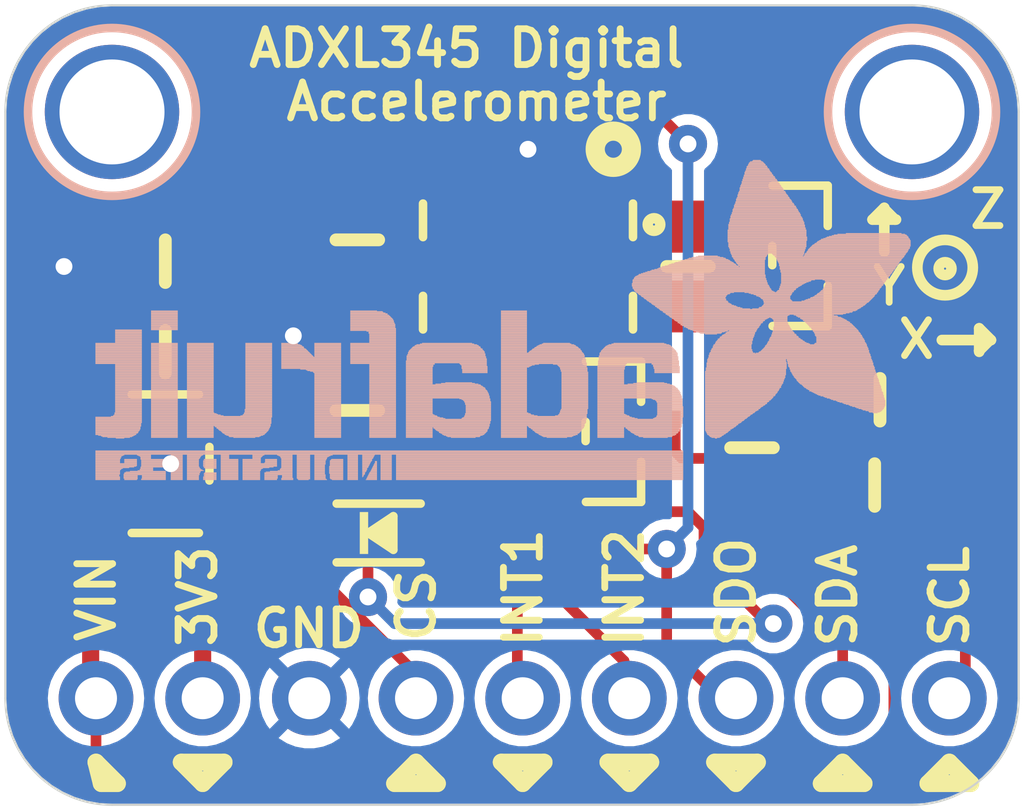
<source format=kicad_pcb>
(kicad_pcb (version 20221018) (generator pcbnew)
  (layers (0 "F.Cu" signal) (31 "B.Cu" signal) (34 "B.Paste" user) (35 "F.Paste" user) (36 "B.SilkS" user "B.Silkscreen") (37 "F.SilkS" user "F.Silkscreen") (38 "B.Mask" user) (39 "F.Mask" user) (44 "Edge.Cuts" user))
  (net 0 "")
  (net 1 "GND")
  (net 2 "CS_3V")
  (net 3 "INT1")
  (net 4 "INT2")
  (net 5 "SCL_3V")
  (net 6 "SDA/SDIO_3V")
  (net 7 "SDO/ADDR")
  (net 8 "3.3V")
  (net 9 "VIN")
  (net 10 "CS")
  (net 11 "SDA/SDIO")
  (net 12 "SCL")
  (footprint "working:SOD-323_MINI" (layer "F.Cu") (at 145.3261 108.0516)
    (fp_text reference "D1" hide)
    (fp_text value "1N4148" hide)
    (pad "A" smd rect (at 1.07 0) (size 0.9 0.8) (layers "F.Cu" "F.Paste" "F.Mask") (net 2 "CS_3V"))
    (pad "C" smd rect (at -1.07 0) (size 0.9 0.8) (layers "F.Cu" "F.Paste" "F.Mask") (net 10 "CS"))
  )
  (footprint "working:1X09_ROUND_70" (layer "F.Cu") (at 148.7551 111.9886)
    (fp_text reference "JP1" hide)
    (fp_text value "" hide)
    (pad "1" thru_hole circle (at -10.16 0 90) (size 1.778 1.778) (drill 1) (layers "*.Cu" "*.Mask") (net 9 "VIN"))
    (pad "2" thru_hole circle (at -7.62 0 90) (size 1.778 1.778) (drill 1) (layers "*.Cu" "*.Mask") (net 8 "3.3V"))
    (pad "3" thru_hole circle (at -5.08 0 90) (size 1.778 1.778) (drill 1) (layers "*.Cu" "*.Mask") (net 1 "GND"))
    (pad "4" thru_hole circle (at -2.54 0 90) (size 1.778 1.778) (drill 1) (layers "*.Cu" "*.Mask") (net 10 "CS"))
    (pad "5" thru_hole circle (at 0 0 90) (size 1.778 1.778) (drill 1) (layers "*.Cu" "*.Mask") (net 3 "INT1"))
    (pad "6" thru_hole circle (at 2.54 0 90) (size 1.778 1.778) (drill 1) (layers "*.Cu" "*.Mask") (net 4 "INT2"))
    (pad "7" thru_hole circle (at 5.08 0 90) (size 1.778 1.778) (drill 1) (layers "*.Cu" "*.Mask") (net 7 "SDO/ADDR"))
    (pad "8" thru_hole circle (at 7.62 0 90) (size 1.778 1.778) (drill 1) (layers "*.Cu" "*.Mask") (net 11 "SDA/SDIO"))
    (pad "9" thru_hole circle (at 10.16 0 90) (size 1.778 1.778) (drill 1) (layers "*.Cu" "*.Mask") (net 12 "SCL"))
  )
  (footprint "working:LGA14" (layer "F.Cu") (at 148.8821 101.7016)
    (fp_text reference "U1" hide)
    (fp_text value "" hide)
    (pad "1" smd rect (at 2 -1.1) (size 0.5 1.2) (layers "F.Cu" "F.Paste" "F.Mask") (net 8 "3.3V"))
    (pad "2" smd rect (at 1.2 -1.1 180) (size 0.5 1.2) (layers "F.Cu" "F.Paste" "F.Mask") (net 1 "GND"))
    (pad "3" smd rect (at 0.4 -1.1 180) (size 0.5 1.2) (layers "F.Cu" "F.Paste" "F.Mask"))
    (pad "4" smd rect (at -0.4 -1.1 180) (size 0.5 1.2) (layers "F.Cu" "F.Paste" "F.Mask") (net 1 "GND"))
    (pad "5" smd rect (at -1.2 -1.1 180) (size 0.5 1.2) (layers "F.Cu" "F.Paste" "F.Mask") (net 1 "GND"))
    (pad "6" smd rect (at -2 -1.1 180) (size 0.5 1.2) (layers "F.Cu" "F.Paste" "F.Mask") (net 8 "3.3V"))
    (pad "7" smd rect (at -2.1 0 270) (size 0.5 1.2) (layers "F.Cu" "F.Paste" "F.Mask") (net 2 "CS_3V"))
    (pad "8" smd rect (at -2 1.1 180) (size 0.5 1.2) (layers "F.Cu" "F.Paste" "F.Mask") (net 3 "INT1"))
    (pad "9" smd rect (at -1.2 1.1 180) (size 0.5 1.2) (layers "F.Cu" "F.Paste" "F.Mask") (net 4 "INT2"))
    (pad "10" smd rect (at -0.4 1.1) (size 0.5 1.2) (layers "F.Cu" "F.Paste" "F.Mask"))
    (pad "11" smd rect (at 0.4 1.1) (size 0.5 1.2) (layers "F.Cu" "F.Paste" "F.Mask"))
    (pad "12" smd rect (at 1.2 1.1) (size 0.5 1.2) (layers "F.Cu" "F.Paste" "F.Mask") (net 7 "SDO/ADDR"))
    (pad "13" smd rect (at 2 1.1) (size 0.5 1.2) (layers "F.Cu" "F.Paste" "F.Mask") (net 6 "SDA/SDIO_3V"))
    (pad "14" smd rect (at 2.1 0 90) (size 0.5 1.2) (layers "F.Cu" "F.Paste" "F.Mask") (net 5 "SCL_3V"))
  )
  (footprint "working:0805-NO" (layer "F.Cu") (at 157.2641 104.8766)
    (fp_text reference "R1" hide)
    (fp_text value "10K" hide)
    (pad "1" smd rect (at -0.95 0) (size 1.24 1.5) (layers "F.Cu" "F.Paste" "F.Mask") (net 5 "SCL_3V"))
    (pad "2" smd rect (at 0.95 0) (size 1.24 1.5) (layers "F.Cu" "F.Paste" "F.Mask") (net 8 "3.3V"))
  )
  (footprint "working:FIDUCIAL_1MM" (layer "F.Cu") (at 157.5181 109.0676)
    (fp_text reference "U$3" hide)
    (fp_text value "FIDUCIAL" hide)
    (pad "1" smd roundrect (at 0 0) (size 1 1) (layers "F.Cu") (roundrect_rratio 0.5))
  )
  (footprint "working:SOT23-WIDE" (layer "F.Cu") (at 155.3591 101.4476 -90)
    (fp_text reference "Q2" hide)
    (fp_text value "BSS138" hide)
    (pad "1" smd rect (at -0.95 1 270) (size 1 1.2) (layers "F.Cu" "F.Paste" "F.Mask") (net 8 "3.3V"))
    (pad "2" smd rect (at 0.95 1 270) (size 1 1.2) (layers "F.Cu" "F.Paste" "F.Mask") (net 5 "SCL_3V"))
    (pad "3" smd rect (at 0 -1 270) (size 1 1.2) (layers "F.Cu" "F.Paste" "F.Mask") (net 12 "SCL"))
  )
  (footprint "working:0805-NO" (layer "F.Cu") (at 140.2461 101.5746)
    (fp_text reference "R7" hide)
    (fp_text value "10K" hide)
    (pad "1" smd rect (at -0.95 0) (size 1.24 1.5) (layers "F.Cu" "F.Paste" "F.Mask") (net 1 "GND"))
    (pad "2" smd rect (at 0.95 0) (size 1.24 1.5) (layers "F.Cu" "F.Paste" "F.Mask") (net 7 "SDO/ADDR"))
  )
  (footprint "working:SOT23-WIDE" (layer "F.Cu") (at 150.9141 105.6386 -90)
    (fp_text reference "Q1" hide)
    (fp_text value "BSS138" hide)
    (pad "1" smd rect (at -0.95 1 270) (size 1 1.2) (layers "F.Cu" "F.Paste" "F.Mask") (net 8 "3.3V"))
    (pad "2" smd rect (at 0.95 1 270) (size 1 1.2) (layers "F.Cu" "F.Paste" "F.Mask") (net 6 "SDA/SDIO_3V"))
    (pad "3" smd rect (at 0 -1 270) (size 1 1.2) (layers "F.Cu" "F.Paste" "F.Mask") (net 11 "SDA/SDIO"))
  )
  (footprint "working:0805-NO" (layer "F.Cu") (at 154.2161 106.0196 90)
    (fp_text reference "R5" hide)
    (fp_text value "10K" hide)
    (pad "1" smd rect (at -0.95 0 90) (size 1.24 1.5) (layers "F.Cu" "F.Paste" "F.Mask") (net 11 "SDA/SDIO"))
    (pad "2" smd rect (at 0.95 0 90) (size 1.24 1.5) (layers "F.Cu" "F.Paste" "F.Mask") (net 9 "VIN"))
  )
  (footprint "working:0805-NO" (layer "F.Cu") (at 144.8181 101.0666 -90)
    (fp_text reference "C1" hide)
    (fp_text value "0.1uF" hide)
    (pad "1" smd rect (at -0.95 0 270) (size 1.24 1.5) (layers "F.Cu" "F.Paste" "F.Mask") (net 8 "3.3V"))
    (pad "2" smd rect (at 0.95 0 270) (size 1.24 1.5) (layers "F.Cu" "F.Paste" "F.Mask") (net 1 "GND"))
  )
  (footprint "working:0805-NO" (layer "F.Cu") (at 144.8181 105.1306 -90)
    (fp_text reference "R2" hide)
    (fp_text value "10K" hide)
    (pad "1" smd rect (at -0.95 0 270) (size 1.24 1.5) (layers "F.Cu" "F.Paste" "F.Mask") (net 2 "CS_3V"))
    (pad "2" smd rect (at 0.95 0 270) (size 1.24 1.5) (layers "F.Cu" "F.Paste" "F.Mask") (net 8 "3.3V"))
  )
  (footprint "working:SOT23-5" (layer "F.Cu") (at 140.2461 106.4006 -90)
    (fp_text reference "U2" hide)
    (fp_text value "" hide)
    (pad "1" smd rect (at -0.95 1.3001 270) (size 0.55 1.2) (layers "F.Cu" "F.Paste" "F.Mask") (net 9 "VIN"))
    (pad "2" smd rect (at 0 1.3001 270) (size 0.55 1.2) (layers "F.Cu" "F.Paste" "F.Mask") (net 1 "GND"))
    (pad "3" smd rect (at 0.95 1.3001 270) (size 0.55 1.2) (layers "F.Cu" "F.Paste" "F.Mask") (net 9 "VIN"))
    (pad "4" smd rect (at 0.95 -1.3001 270) (size 0.55 1.2) (layers "F.Cu" "F.Paste" "F.Mask"))
    (pad "5" smd rect (at -0.95 -1.3001 270) (size 0.55 1.2) (layers "F.Cu" "F.Paste" "F.Mask") (net 8 "3.3V"))
  )
  (footprint "working:0805-NO" (layer "F.Cu") (at 157.1371 106.9086 180)
    (fp_text reference "R6" hide)
    (fp_text value "10K" hide)
    (pad "1" smd rect (at -0.95 0 180) (size 1.24 1.5) (layers "F.Cu" "F.Paste" "F.Mask") (net 12 "SCL"))
    (pad "2" smd rect (at 0.95 0 180) (size 1.24 1.5) (layers "F.Cu" "F.Paste" "F.Mask") (net 9 "VIN"))
  )
  (footprint "working:0805-NO" (layer "F.Cu") (at 152.6921 101.7016 90)
    (fp_text reference "R3" hide)
    (fp_text value "10K" hide)
    (pad "1" smd rect (at -0.95 0 90) (size 1.24 1.5) (layers "F.Cu" "F.Paste" "F.Mask") (net 6 "SDA/SDIO_3V"))
    (pad "2" smd rect (at 0.95 0 90) (size 1.24 1.5) (layers "F.Cu" "F.Paste" "F.Mask") (net 8 "3.3V"))
  )
  (footprint "working:0805-NO" (layer "F.Cu") (at 140.2461 103.7336)
    (fp_text reference "C3" hide)
    (fp_text value "10µF" hide)
    (pad "1" smd rect (at -0.95 0) (size 1.24 1.5) (layers "F.Cu" "F.Paste" "F.Mask") (net 9 "VIN"))
    (pad "2" smd rect (at 0.95 0) (size 1.24 1.5) (layers "F.Cu" "F.Paste" "F.Mask") (net 1 "GND"))
  )
  (footprint "working:FIDUCIAL_1MM" (layer "F.Cu") (at 141.5923 99.441)
    (fp_text reference "U$1" hide)
    (fp_text value "FIDUCIAL" hide)
    (pad "1" smd roundrect (at 0 0) (size 1 1) (layers "F.Cu") (roundrect_rratio 0.5))
  )
  (footprint "working:MOUNTINGHOLE_2.5_PLATED" (layer "B.Cu") (at 138.9761 98.0186 180)
    (fp_text reference "U$6" hide)
    (fp_text value "MOUNTINGHOLE2.5" hide)
    (pad "P$1" thru_hole circle (at 0 0 180) (size 3.2 3.2) (drill 2.5) (layers "*.Cu" "*.Mask"))
    (zone (net 0) (net_name "") (layer "B.Cu") (connect_pads (clearance 0)) (min_thickness 0.25)
      (keepout (tracks not_allowed) (vias not_allowed) (pads not_allowed) (copperpour not_allowed) (footprints allowed))
      (fill (thermal_gap 0.5) (thermal_bridge_width 0.5))
      (polygon (pts (xy 136.9601 98.0186) (xy 136.97972 97.738027) (xy 137.038196 97.462915) (xy 137.134392 97.198619) (xy 137.266435 96.950283) (xy 137.431754 96.72274) (xy 137.627133 96.52042) (xy 137.848767 96.34726) (xy 138.092344 96.206631) (xy 138.353122 96.10127) (xy 138.626025 96.033228) (xy 138.905743 96.003828) (xy 139.186829 96.013644) (xy 139.463815 96.062484) (xy 139.731307 96.149397) (xy 139.9841 96.272693) (xy 140.217274 96.42997) (xy 140.426289 96.618169) (xy 140.607078 96.833625) (xy 140.756122 97.072145) (xy 140.87052 97.329087) (xy 140.948046 97.59945) (xy 140.987189 97.877971) (xy 140.987189 98.159229) (xy 140.948046 98.43775) (xy 140.87052 98.708113) (xy 140.756122 98.965055) (xy 140.607078 99.203575) (xy 140.426289 99.419031) (xy 140.217274 99.60723) (xy 139.9841 99.764507) (xy 139.731307 99.887803) (xy 139.463815 99.974716) (xy 139.186829 100.023556) (xy 138.905743 100.033372) (xy 138.626025 100.003972) (xy 138.353122 99.93593) (xy 138.092344 99.830569) (xy 137.848767 99.68994) (xy 137.627133 99.51678) (xy 137.431754 99.31446) (xy 137.266435 99.086917) (xy 137.134392 98.838581) (xy 137.038196 98.574285) (xy 136.97972 98.299173)))
      (polygon (pts (xy 138.9921 98.0186) (xy 138.987414 98.029914) (xy 138.9761 98.0346) (xy 138.964786 98.029914) (xy 138.9601 98.0186) (xy 138.964786 98.007286) (xy 138.9761 98.0026) (xy 138.987414 98.007286)))
    )
  )
  (footprint "working:ADAFRUIT_TEXT_20MM" (layer "B.Cu") (at 158.1531 106.7816 180)
    (fp_text reference "U$7" hide)
    (fp_text value "" hide)
  )
  (footprint "working:MOUNTINGHOLE_2.5_PLATED" (layer "B.Cu") (at 158.0261 98.0186 180)
    (fp_text reference "U$4" hide)
    (fp_text value "MOUNTINGHOLE2.5" hide)
    (pad "P$1" thru_hole circle (at 0 0 180) (size 3.2 3.2) (drill 2.5) (layers "*.Cu" "*.Mask"))
    (zone (net 0) (net_name "") (layer "B.Cu") (connect_pads (clearance 0)) (min_thickness 0.25)
      (keepout (tracks not_allowed) (vias not_allowed) (pads not_allowed) (copperpour not_allowed) (footprints allowed))
      (fill (thermal_gap 0.5) (thermal_bridge_width 0.5))
      (polygon (pts (xy 156.0101 98.0186) (xy 156.02972 97.738027) (xy 156.088196 97.462915) (xy 156.184392 97.198619) (xy 156.316435 96.950283) (xy 156.481754 96.72274) (xy 156.677133 96.52042) (xy 156.898767 96.34726) (xy 157.142344 96.206631) (xy 157.403122 96.10127) (xy 157.676025 96.033228) (xy 157.955743 96.003828) (xy 158.236829 96.013644) (xy 158.513815 96.062484) (xy 158.781307 96.149397) (xy 159.0341 96.272693) (xy 159.267274 96.42997) (xy 159.476289 96.618169) (xy 159.657078 96.833625) (xy 159.806122 97.072145) (xy 159.92052 97.329087) (xy 159.998046 97.59945) (xy 160.037189 97.877971) (xy 160.037189 98.159229) (xy 159.998046 98.43775) (xy 159.92052 98.708113) (xy 159.806122 98.965055) (xy 159.657078 99.203575) (xy 159.476289 99.419031) (xy 159.267274 99.60723) (xy 159.0341 99.764507) (xy 158.781307 99.887803) (xy 158.513815 99.974716) (xy 158.236829 100.023556) (xy 157.955743 100.033372) (xy 157.676025 100.003972) (xy 157.403122 99.93593) (xy 157.142344 99.830569) (xy 156.898767 99.68994) (xy 156.677133 99.51678) (xy 156.481754 99.31446) (xy 156.316435 99.086917) (xy 156.184392 98.838581) (xy 156.088196 98.574285) (xy 156.02972 98.299173)))
      (polygon (pts (xy 158.0421 98.0186) (xy 158.037414 98.029914) (xy 158.0261 98.0346) (xy 158.014786 98.029914) (xy 158.0101 98.0186) (xy 158.014786 98.007286) (xy 158.0261 98.0026) (xy 158.037414 98.007286)))
    )
  )
  (gr_line (start 155.8671 114.0206) (end 156.8831 114.0206) (stroke (width 0.4064)) (layer "F.SilkS"))
  (gr_line (start 141.6431 113.5126) (end 141.1351 114.0206) (stroke (width 0.4064)) (layer "F.SilkS"))
  (gr_line (start 159.4231 114.0206) (end 158.9151 113.5126) (stroke (width 0.4064)) (layer "F.SilkS"))
  (gr_line (start 146.2151 113.5126) (end 145.7071 114.0206) (stroke (width 0.4064)) (layer "F.SilkS"))
  (gr_circle (center 150.9141 98.9076) (end 151.1173 98.9076) (stroke (width 0.4572)) (fill none) (layer "F.SilkS"))
  (gr_line (start 159.6263 103.1748) (end 159.6263 103.7082) (stroke (width 0.254)) (layer "F.SilkS"))
  (gr_line (start 159.9057 103.4542) (end 159.6263 103.1748) (stroke (width 0.254)) (layer "F.SilkS"))
  (gr_line (start 159.6263 103.7336) (end 159.6263 103.7082) (stroke (width 0.254)) (layer "F.SilkS"))
  (gr_line (start 153.8351 114.0206) (end 153.3271 113.5126) (stroke (width 0.4064)) (layer "F.SilkS"))
  (gr_line (start 156.8831 114.0206) (end 156.3751 113.5126) (stroke (width 0.4064)) (layer "F.SilkS"))
  (gr_line (start 158.7373 103.4542) (end 159.8803 103.4542) (stroke (width 0.254)) (layer "F.SilkS"))
  (gr_line (start 150.7871 113.5126) (end 151.8031 113.5126) (stroke (width 0.4064)) (layer "F.SilkS"))
  (gr_line (start 153.3271 113.5126) (end 154.3431 113.5126) (stroke (width 0.4064)) (layer "F.SilkS"))
  (gr_line (start 158.4071 114.0206) (end 159.4231 114.0206) (stroke (width 0.4064)) (layer "F.SilkS"))
  (gr_line (start 145.7071 114.0206) (end 146.7231 114.0206) (stroke (width 0.4064)) (layer "F.SilkS"))
  (gr_line (start 138.5951 113.5126) (end 138.7221 114.0206) (stroke (width 0.4064)) (layer "F.SilkS"))
  (gr_line (start 148.2471 113.5126) (end 148.7551 114.0206) (stroke (width 0.4064)) (layer "F.SilkS"))
  (gr_line (start 151.8031 113.5126) (end 151.2951 114.0206) (stroke (width 0.4064)) (layer "F.SilkS"))
  (gr_line (start 158.9151 113.5126) (end 158.4071 114.0206) (stroke (width 0.4064)) (layer "F.SilkS"))
  (gr_line (start 154.3431 113.5126) (end 153.8351 114.0206) (stroke (width 0.4064)) (layer "F.SilkS"))
  (gr_line (start 149.2631 113.5126) (end 148.2471 113.5126) (stroke (width 0.4064)) (layer "F.SilkS"))
  (gr_line (start 157.3657 100.3046) (end 157.0863 100.584) (stroke (width 0.254)) (layer "F.SilkS"))
  (gr_line (start 151.2951 114.0206) (end 150.7871 113.5126) (stroke (width 0.4064)) (layer "F.SilkS"))
  (gr_line (start 157.3657 101.346) (end 157.3657 100.33) (stroke (width 0.254)) (layer "F.SilkS"))
  (gr_line (start 141.1351 114.0206) (end 140.6271 113.5126) (stroke (width 0.4064)) (layer "F.SilkS"))
  (gr_line (start 157.6197 100.584) (end 157.3657 100.33) (stroke (width 0.254)) (layer "F.SilkS"))
  (gr_line (start 157.3657 100.33) (end 157.3657 100.3046) (stroke (width 0.254)) (layer "F.SilkS"))
  (gr_line (start 138.7221 114.0206) (end 139.1031 114.0206) (stroke (width 0.4064)) (layer "F.SilkS"))
  (gr_line (start 159.8803 103.4542) (end 159.9057 103.4542) (stroke (width 0.254)) (layer "F.SilkS"))
  (gr_line (start 140.6271 113.5126) (end 141.6431 113.5126) (stroke (width 0.4064)) (layer "F.SilkS"))
  (gr_line (start 148.7551 114.0206) (end 149.2631 113.5126) (stroke (width 0.4064)) (layer "F.SilkS"))
  (gr_circle (center 158.8135 101.727) (end 159.4739 101.727) (stroke (width 0.254)) (fill none) (layer "F.SilkS"))
  (gr_circle (center 158.8135 101.7524) (end 158.8389 101.7524) (stroke (width 0.254)) (fill none) (layer "F.SilkS"))
  (gr_line (start 157.6451 100.584) (end 157.6197 100.584) (stroke (width 0.254)) (layer "F.SilkS"))
  (gr_line (start 159.6263 103.7082) (end 159.8803 103.4542) (stroke (width 0.254)) (layer "F.SilkS"))
  (gr_line (start 157.0863 100.584) (end 157.6197 100.584) (stroke (width 0.254)) (layer "F.SilkS"))
  (gr_line (start 156.3751 113.5126) (end 155.8671 114.0206) (stroke (width 0.4064)) (layer "F.SilkS"))
  (gr_line (start 139.1031 114.0206) (end 138.5951 113.5126) (stroke (width 0.4064)) (layer "F.SilkS"))
  (gr_line (start 146.7231 114.0206) (end 146.2151 113.5126) (stroke (width 0.4064)) (layer "F.SilkS"))
  (gr_arc (start 136.4361 98.0186) (mid 137.180049 96.222549) (end 138.9761 95.4786) (stroke (width 0.05)) (layer "Edge.Cuts"))
  (gr_arc (start 160.5661 111.9886) (mid 159.822151 113.784651) (end 158.0261 114.5286) (stroke (width 0.05)) (layer "Edge.Cuts"))
  (gr_line (start 138.9761 95.4786) (end 158.0261 95.4786) (stroke (width 0.05)) (layer "Edge.Cuts"))
  (gr_arc (start 158.0261 95.4786) (mid 159.822151 96.222549) (end 160.5661 98.0186) (stroke (width 0.05)) (layer "Edge.Cuts"))
  (gr_line (start 136.4361 111.9886) (end 136.4361 98.0186) (stroke (width 0.05)) (layer "Edge.Cuts"))
  (gr_line (start 158.0261 114.5286) (end 138.9761 114.5286) (stroke (width 0.05)) (layer "Edge.Cuts"))
  (gr_line (start 160.5661 98.0186) (end 160.5661 111.9886) (stroke (width 0.05)) (layer "Edge.Cuts"))
  (gr_arc (start 138.9761 114.5286) (mid 137.180049 113.784651) (end 136.4361 111.9886) (stroke (width 0.05)) (layer "Edge.Cuts"))
  (gr_text "Accelerometer" (at 143.0401 98.2726) (layer "F.SilkS") (effects (font (size 0.85344 0.85344) (thickness 0.16256)) (justify left bottom)))
  (gr_text "INT1" (at 149.2631 110.8456 90) (layer "F.SilkS") (effects (font (size 0.85344 0.85344) (thickness 0.16256)) (justify left bottom)))
  (gr_text "CS" (at 146.7231 110.7186 90) (layer "F.SilkS") (effects (font (size 0.85344 0.85344) (thickness 0.16256)) (justify left bottom)))
  (gr_text "GND" (at 145.0721 109.8296) (layer "F.SilkS") (effects (font (size 0.85344 0.85344) (thickness 0.16256)) (justify right top)))
  (gr_text "Y" (at 157.0101 102.6668) (layer "F.SilkS") (effects (font (size 0.85344 0.85344) (thickness 0.16256)) (justify left bottom)))
  (gr_text "Z" (at 159.3215 100.838) (layer "F.SilkS") (effects (font (size 0.85344 0.85344) (thickness 0.16256)) (justify left bottom)))
  (gr_text "SCL" (at 159.4231 110.8456 90) (layer "F.SilkS") (effects (font (size 0.85344 0.85344) (thickness 0.16256)) (justify left bottom)))
  (gr_text "SDA" (at 156.7561 110.8456 90) (layer "F.SilkS") (effects (font (size 0.85344 0.85344) (thickness 0.16256)) (justify left bottom)))
  (gr_text "VIN" (at 139.1031 110.7186 90) (layer "F.SilkS") (effects (font (size 0.85344 0.85344) (thickness 0.16256)) (justify left bottom)))
  (gr_text "3V3" (at 141.5161 110.8456 90) (layer "F.SilkS") (effects (font (size 0.85344 0.85344) (thickness 0.16256)) (justify left bottom)))
  (gr_text "SDO" (at 154.3431 110.8456 90) (layer "F.SilkS") (effects (font (size 0.85344 0.85344) (thickness 0.16256)) (justify left bottom)))
  (gr_text "ADXL345 Digital" (at 142.1511 97.0026) (layer "F.SilkS") (effects (font (size 0.85344 0.85344) (thickness 0.16256)) (justify left bottom)))
  (gr_text "X" (at 157.6197 103.9368) (layer "F.SilkS") (effects (font (size 0.85344 0.85344) (thickness 0.16256)) (justify left bottom)))
  (gr_text "INT2" (at 151.6761 110.8456 90) (layer "F.SilkS") (effects (font (size 0.85344 0.85344) (thickness 0.16256)) (justify left bottom)))
  (segment (start 148.4821 100.6016) (end 148.4821 99.3076) (width 0.254) (layer "F.Cu") (net 1))
  (segment (start 139.6617 101.9402) (end 139.6617 102.111935) (width 0.4064) (layer "F.Cu") (net 1))
  (segment (start 137.9601 101.5746) (end 137.8331 101.7016) (width 0.254) (layer "F.Cu") (net 1))
  (segment (start 147.6821 99.2186) (end 147.9931 98.9076) (width 0.254) (layer "F.Cu") (net 1))
  (segment (start 150.082096 99.091597) (end 149.8981 98.9076) (width 0.254) (layer "F.Cu") (net 1))
  (segment (start 147.9931 98.9076) (end 148.8821 98.9076) (width 0.254) (layer "F.Cu") (net 1))
  (segment (start 150.0821 100.6016) (end 150.082096 99.091597) (width 0.254) (layer "F.Cu") (net 1))
  (segment (start 148.4821 99.3076) (end 148.8821 98.9076) (width 0.254) (layer "F.Cu") (net 1))
  (segment (start 147.6821 100.6016) (end 147.6821 99.2186) (width 0.254) (layer "F.Cu") (net 1))
  (segment (start 149.8981 98.9076) (end 148.8821 98.9076) (width 0.254) (layer "F.Cu") (net 1))
  (segment (start 139.2961 101.5746) (end 139.6617 101.9402) (width 0.4064) (layer "F.Cu") (net 1))
  (segment (start 139.6617 102.111935) (end 140.5611 103.011338) (width 0.4064) (layer "F.Cu") (net 1))
  (segment (start 144.8181 102.0166) (end 144.6301 102.0166) (width 0.254) (layer "F.Cu") (net 1))
  (segment (start 140.5611 103.152132) (end 140.5611 103.3526) (width 0.254) (layer "F.Cu") (net 1))
  (segment (start 140.5611 103.011338) (end 140.5611 103.3526) (width 0.4064) (layer "F.Cu") (net 1))
  (segment (start 139.2961 101.5746) (end 137.9601 101.5746) (width 0.254) (layer "F.Cu") (net 1))
  (segment (start 140.5611 103.3526) (end 140.9421 103.7336) (width 0.254) (layer "F.Cu") (net 1))
  (segment (start 144.6301 102.0166) (end 143.2941 103.3526) (width 0.254) (layer "F.Cu") (net 1))
  (segment (start 141.1961 103.7336) (end 140.9421 103.7336) (width 0.254) (layer "F.Cu") (net 1))
  (via (at 140.3731 106.4006) (size 0.908) (drill 0.4) (layers "F.Cu" "B.Cu") (net 1))
  (via (at 143.2941 103.3526) (size 0.908) (drill 0.4) (layers "F.Cu" "B.Cu") (net 1))
  (via (at 148.8821 98.9076) (size 0.908) (drill 0.4) (layers "F.Cu" "B.Cu") (net 1))
  (via (at 137.8331 101.7016) (size 0.908) (drill 0.4) (layers "F.Cu" "B.Cu") (net 1))
  (segment (start 137.8331 101.7016) (end 137.8331 103.2256) (width 0.254) (layer "B.Cu") (net 1))
  (segment (start 143.2941 103.3526) (end 143.2941 103.0986) (width 0.254) (layer "B.Cu") (net 1))
  (segment (start 146.0721 104.1306) (end 146.0881 104.1146) (width 0.254) (layer "F.Cu") (net 2))
  (segment (start 146.545059 101.625641) (end 146.0881 102.0826) (width 0.254) (layer "F.Cu") (net 2))
  (segment (start 146.7821 101.7016) (end 146.6581 101.7016) (width 0.254) (layer "F.Cu") (net 2))
  (segment (start 146.3961 108.0516) (end 146.5261 104.5846) (width 0.254) (layer "F.Cu") (net 2))
  (segment (start 146.5261 104.5846) (end 146.0721 104.1306) (width 0.254) (layer "F.Cu") (net 2))
  (segment (start 144.8181 104.1806) (end 146.0721 104.1306) (width 0.254) (layer "F.Cu") (net 2))
  (segment (start 146.6581 101.7016) (end 146.545059 101.625641) (width 0.254) (layer "F.Cu") (net 2))
  (segment (start 146.0881 102.0826) (end 146.0881 104.1146) (width 0.254) (layer "F.Cu") (net 2))
  (segment (start 148.6281 111.8616) (end 148.7551 111.9886) (width 0.254) (layer "F.Cu") (net 3))
  (segment (start 147.3581 103.9876) (end 146.8821 103.5116) (width 0.254) (layer "F.Cu") (net 3))
  (segment (start 148.6281 109.4486) (end 148.6281 111.8616) (width 0.254) (layer "F.Cu") (net 3))
  (segment (start 146.8821 102.8016) (end 146.8821 103.5116) (width 0.254) (layer "F.Cu") (net 3))
  (segment (start 147.3581 108.1786) (end 148.6281 109.4486) (width 0.254) (layer "F.Cu") (net 3))
  (segment (start 147.3581 108.1786) (end 147.3581 103.9876) (width 0.254) (layer "F.Cu") (net 3))
  (segment (start 151.1681 111.8616) (end 151.2951 111.9886) (width 0.254) (layer "F.Cu") (net 4))
  (segment (start 147.8661 103.4796) (end 147.682103 103.295604) (width 0.254) (layer "F.Cu") (net 4))
  (segment (start 147.6821 102.8016) (end 147.682103 103.295604) (width 0.254) (layer "F.Cu") (net 4))
  (segment (start 147.8661 107.7976) (end 151.1681 111.0996) (width 0.254) (layer "F.Cu") (net 4))
  (segment (start 147.8661 107.7976) (end 147.8661 103.4796) (width 0.254) (layer "F.Cu") (net 4))
  (segment (start 151.1681 111.0996) (end 151.1681 111.8616) (width 0.254) (layer "F.Cu") (net 4))
  (segment (start 155.1051 102.3976) (end 155.1051 102.7786) (width 0.254) (layer "F.Cu") (net 5))
  (segment (start 150.9821 101.7016) (end 150.990378 101.693322) (width 0.254) (layer "F.Cu") (net 5))
  (segment (start 156.3141 104.8766) (end 156.3141 103.9876) (width 0.254) (layer "F.Cu") (net 5))
  (segment (start 154.4451 102.3116) (end 154.4701 102.2866) (width 0.254) (layer "F.Cu") (net 5))
  (segment (start 154.3591 102.3976) (end 154.4451 102.3116) (width 0.254) (layer "F.Cu") (net 5))
  (segment (start 150.9821 101.7016) (end 153.8351 101.7016) (width 0.2032) (layer "F.Cu") (net 5))
  (segment (start 154.4701 102.2096) (end 154.4701 102.2866) (width 0.254) (layer "F.Cu") (net 5))
  (segment (start 156.3141 103.9876) (end 155.1051 102.7786) (width 0.254) (layer "F.Cu") (net 5))
  (segment (start 153.8351 101.7016) (end 154.4451 102.3116) (width 0.2032) (layer "F.Cu") (net 5))
  (segment (start 154.3591 102.3976) (end 155.1051 102.3976) (width 0.254) (layer "F.Cu") (net 5))
  (segment (start 152.625921 102.717779) (end 152.390125 103.1006) (width 0.254) (layer "F.Cu") (net 6))
  (segment (start 152.390125 103.1006) (end 152.323506 102.8016) (width 0.254) (layer "F.Cu") (net 6))
  (segment (start 150.6601 106.4006) (end 150.1021 106.4006) (width 0.254) (layer "F.Cu") (net 6))
  (segment (start 150.1021 106.4006) (end 149.9141 106.5886) (width 0.254) (layer "F.Cu") (net 6))
  (segment (start 150.8821 106.1786) (end 150.6601 106.4006) (width 0.254) (layer "F.Cu") (net 6))
  (segment (start 152.323506 102.8016) (end 150.8821 102.8016) (width 0.254) (layer "F.Cu") (net 6))
  (segment (start 152.625921 102.717779) (end 152.6921 102.6516) (width 0.254) (layer "F.Cu") (net 6))
  (segment (start 150.8821 102.8016) (end 150.8821 106.1786) (width 0.254) (layer "F.Cu") (net 6))
  (segment (start 141.1961 101.5746) (end 141.2621 101.5746) (width 0.254) (layer "F.Cu") (net 7))
  (segment (start 149.2631 108.4326) (end 148.3741 107.5436) (width 0.254) (layer "F.Cu") (net 7))
  (segment (start 153.4541 111.9886) (end 152.1841 110.7186) (width 0.254) (layer "F.Cu") (net 7))
  (segment (start 149.8981 103.8606) (end 150.0251 103.7336) (width 0.254) (layer "F.Cu") (net 7))
  (segment (start 148.3741 103.8606) (end 148.3741 107.5436) (width 0.254) (layer "F.Cu") (net 7))
  (segment (start 144.1831 98.6536) (end 141.2621 101.5746) (width 0.254) (layer "F.Cu") (net 7))
  (segment (start 144.1831 98.6536) (end 145.4531 98.6536) (width 0.254) (layer "F.Cu") (net 7))
  (segment (start 148.3741 103.8606) (end 149.8981 103.8606) (width 0.254) (layer "F.Cu") (net 7))
  (segment (start 152.1841 108.4326) (end 149.2631 108.4326) (width 0.254) (layer "F.Cu") (net 7))
  (segment (start 151.295103 97.383604) (end 152.692096 98.780597) (width 0.254) (layer "F.Cu") (net 7))
  (segment (start 150.0251 103.7336) (end 150.0251 102.4206) (width 0.254) (layer "F.Cu") (net 7))
  (segment (start 153.4541 111.9886) (end 153.8351 111.9886) (width 0.254) (layer "F.Cu") (net 7))
  (segment (start 146.7231 97.3836) (end 151.295103 97.383604) (width 0.254) (layer "F.Cu") (net 7))
  (segment (start 150.0821 102.8016) (end 150.0251 102.4206) (width 0.254) (layer "F.Cu") (net 7))
  (segment (start 152.1841 108.4326) (end 152.1841 110.7186) (width 0.254) (layer "F.Cu") (net 7))
  (segment (start 145.4531 98.6536) (end 146.7231 97.3836) (width 0.254) (layer "F.Cu") (net 7))
  (via (at 152.1841 108.4326) (size 0.908) (drill 0.4) (layers "F.Cu" "B.Cu") (net 7))
  (via (at 152.6921 98.7806) (size 0.908) (drill 0.4) (layers "F.Cu" "B.Cu") (net 7))
  (segment (start 152.6921 107.9246) (end 152.1841 108.4326) (width 0.254) (layer "B.Cu") (net 7))
  (segment (start 152.6921 98.7806) (end 152.6921 107.9246) (width 0.254) (layer "B.Cu") (net 7))
  (segment (start 149.9141 104.6886) (end 148.9431 104.6886) (width 0.254) (layer "F.Cu") (net 8))
  (segment (start 146.814203 100.434704) (end 146.814203 100.434704) (width 0.4064) (layer "F.Cu") (net 8))
  (segment (start 141.1351 111.9886) (end 141.1351 110.0836) (width 0.4064) (layer "F.Cu") (net 8))
  (segment (start 150.8821 100.6016) (end 152.6921 100.6016) (width 0.254) (layer "F.Cu") (net 8))
  (segment (start 146.8821 100.6016) (end 146.814203 100.434704) (width 0.4064) (layer "F.Cu") (net 8))
  (segment (start 154.3091 100.4476) (end 154.3591 100.4976) (width 0.4064) (layer "F.Cu") (net 8))
  (segment (start 144.7301 100.3046) (end 144.8431 100.1416) (width 0.4064) (layer "F.Cu") (net 8))
  (segment (start 143.1671 105.5166) (end 142.9741 105.3236) (width 0.4064) (layer "F.Cu") (net 8))
  (segment (start 146.8781 100.3436) (end 146.7231 100.3436) (width 0.4064) (layer "F.Cu") (net 8))
  (segment (start 143.2781 106.1056) (end 143.1671 106.0196) (width 0.4064) (layer "F.Cu") (net 8))
  (segment (start 142.2781 105.3236) (end 142.2781 102.3366) (width 0.4064) (layer "F.Cu") (net 8))
  (segment (start 154.3591 100.4976) (end 154.4861 100.3706) (width 0.4064) (layer "F.Cu") (net 8))
  (segment (start 146.7231 100.3436) (end 144.9701 100.3186) (width 0.4064) (layer "F.Cu") (net 8))
  (segment (start 148.8821 107.2896) (end 149.1361 107.5436) (width 0.254) (layer "F.Cu") (net 8))
  (segment (start 144.3101 100.3046) (end 144.7301 100.3046) (width 0.4064) (layer "F.Cu") (net 8))
  (segment (start 141.1351 110.0836) (end 143.1671 108.0516) (width 0.4064) (layer "F.Cu") (net 8))
  (segment (start 158.0871 100.3706) (end 158.0871 104.7496) (width 0.4064) (layer "F.Cu") (net 8))
  (segment (start 150.9141 98.5266) (end 150.9141 100.1886) (width 0.254) (layer "F.Cu") (net 8))
  (segment (start 148.9431 104.6886) (end 148.8821 104.7496) (width 0.254) (layer "F.Cu") (net 8))
  (segment (start 142.9741 105.3236) (end 142.278103 105.3236) (width 0.4064) (layer "F.Cu") (net 8))
  (segment (start 152.692103 100.4726) (end 154.3091 100.4476) (width 0.4064) (layer "F.Cu") (net 8))
  (segment (start 145.0721 109.5756) (end 145.0721 106.3846) (width 0.254) (layer "F.Cu") (net 8))
  (segment (start 154.5971 110.2106) (end 153.0731 108.6866) (width 0.254) (layer "F.Cu") (net 8))
  (segment (start 152.6921 100.7516) (end 152.6921 100.6016) (width 0.254) (layer "F.Cu") (net 8))
  (segment (start 143.1671 108.0516) (end 143.1671 106.0196) (width 0.4064) (layer "F.Cu") (net 8))
  (segment (start 158.0871 104.7496) (end 158.2141 104.8766) (width 0.4064) (layer "F.Cu") (net 8))
  (segment (start 153.0731 107.9246) (end 153.0731 108.6866) (width 0.254) (layer "F.Cu") (net 8))
  (segment (start 144.8181 106.1056) (end 143.2781 106.1056) (width 0.4064) (layer "F.Cu") (net 8))
  (segment (start 143.1671 106.0196) (end 143.1671 105.5166) (width 0.4064) (layer "F.Cu") (net 8))
  (segment (start 152.5796 100.3601) (end 152.7046 100.4851) (width 0.4064) (layer "F.Cu") (net 8))
  (segment (start 144.9701 100.3186) (end 144.7931 100.1416) (width 0.4064) (layer "F.Cu") (net 8))
  (segment (start 142.2781 105.3236) (end 141.6732 105.3236) (width 0.4064) (layer "F.Cu") (net 8))
  (segment (start 149.1361 107.5436) (end 152.6921 107.5436) (width 0.254) (layer "F.Cu") (net 8))
  (segment (start 141.5462 105.4506) (end 141.6732 105.3236) (width 0.4064) (layer "F.Cu") (net 8))
  (segment (start 146.814203 100.434704) (end 146.7231 100.3436) (width 0.4064) (layer "F.Cu") (net 8))
  (segment (start 147.7391 98.0186) (end 150.4061 98.0186) (width 0.254) (layer "F.Cu") (net 8))
  (segment (start 154.5971 110.2106) (end 154.7241 110.2106) (width 0.254) (layer "F.Cu") (net 8))
  (segment (start 152.6921 107.5436) (end 153.0731 107.9246) (width 0.254) (layer "F.Cu") (net 8))
  (segment (start 158.0871 100.3706) (end 154.4861 100.3706) (width 0.4064) (layer "F.Cu") (net 8))
  (segment (start 146.8821 98.875604) (end 147.7391 98.0186) (width 0.254) (layer "F.Cu") (net 8))
  (segment (start 148.8821 104.7496) (end 148.8821 107.2896) (width 0.254) (layer "F.Cu") (net 8))
  (segment (start 146.8821 100.347597) (end 146.8821 98.875604) (width 0.254) (layer "F.Cu") (net 8))
  (segment (start 150.4061 98.0186) (end 150.9141 98.5266) (width 0.254) (layer "F.Cu") (net 8))
  (segment (start 144.3101 100.3046) (end 142.2781 102.3366) (width 0.4064) (layer "F.Cu") (net 8))
  (segment (start 145.0721 106.3846) (end 144.8056 106.0931) (width 0.254) (layer "F.Cu") (net 8))
  (segment (start 150.9141 100.1886) (end 150.8821 100.6016) (width 0.254) (layer "F.Cu") (net 8))
  (via (at 145.0721 109.5756) (size 0.908) (drill 0.4) (layers "F.Cu" "B.Cu") (net 8))
  (via (at 154.7241 110.2106) (size 0.908) (drill 0.4) (layers "F.Cu" "B.Cu") (net 8))
  (segment (start 154.7241 110.2106) (end 145.7071 110.2106) (width 0.254) (layer "B.Cu") (net 8))
  (segment (start 145.7071 110.2106) (end 145.0721 109.5756) (width 0.254) (layer "B.Cu") (net 8))
  (segment (start 137.7061 107.3506) (end 137.7061 105.4506) (width 0.4064) (layer "F.Cu") (net 9))
  (segment (start 137.7061 105.4506) (end 138.946 105.4506) (width 0.4064) (layer "F.Cu") (net 9))
  (segment (start 138.5951 113.3856) (end 138.5951 111.9886) (width 0.254) (layer "F.Cu") (net 9))
  (segment (start 156.1871 106.9086) (end 154.3481 105.0696) (width 0.4064) (layer "F.Cu") (net 9))
  (segment (start 138.946 105.4506) (end 138.946 105.5417) (width 0.4064) (layer "F.Cu") (net 9))
  (segment (start 156.8831 113.6396) (end 138.8491 113.6396) (width 0.254) (layer "F.Cu") (net 9))
  (segment (start 154.2161 105.0696) (end 154.3481 105.0696) (width 0.4064) (layer "F.Cu") (net 9))
  (segment (start 138.4681 107.8285) (end 138.946 107.3506) (width 0.4064) (layer "F.Cu") (net 9))
  (segment (start 138.946 107.3506) (end 137.7061 107.3506) (width 0.4064) (layer "F.Cu") (net 9))
  (segment (start 156.1871 106.9086) (end 156.1871 109.376019) (width 0.254) (layer "F.Cu") (net 9))
  (segment (start 139.2961 103.7336) (end 138.946 104.0837) (width 0.4064) (layer "F.Cu") (net 9))
  (segment (start 138.5951 111.9886) (end 138.4681 111.8616) (width 0.4064) (layer "F.Cu") (net 9))
  (segment (start 157.5943 112.9284) (end 156.8831 113.6396) (width 0.254) (layer "F.Cu") (net 9))
  (segment (start 138.946 104.0837) (end 138.946 105.4506) (width 0.4064) (layer "F.Cu") (net 9))
  (segment (start 138.8491 113.6396) (end 138.5951 113.3856) (width 0.254) (layer "F.Cu") (net 9))
  (segment (start 138.4681 107.8285) (end 138.4681 111.8616) (width 0.4064) (layer "F.Cu") (net 9))
  (segment (start 157.5943 110.783219) (end 157.5943 112.9284) (width 0.254) (layer "F.Cu") (net 9))
  (segment (start 156.1871 109.376019) (end 157.5943 110.783219) (width 0.254) (layer "F.Cu") (net 9))
  (segment (start 146.796093 111.988594) (end 144.2561 109.4486) (width 0.254) (layer "F.Cu") (net 10))
  (segment (start 144.2561 108.0516) (end 144.2561 109.4486) (width 0.254) (layer "F.Cu") (net 10))
  (segment (start 146.796093 111.988594) (end 146.2151 111.9886) (width 0.254) (layer "F.Cu") (net 10))
  (segment (start 154.4861 108.8296) (end 156.3751 110.7186) (width 0.254) (layer "F.Cu") (net 11))
  (segment (start 154.2161 106.9696) (end 154.4861 107.2396) (width 0.254) (layer "F.Cu") (net 11))
  (segment (start 154.4861 107.2396) (end 154.4861 108.8296) (width 0.254) (layer "F.Cu") (net 11))
  (segment (start 156.3751 110.7186) (end 156.3751 111.9886) (width 0.254) (layer "F.Cu") (net 11))
  (segment (start 153.5201 106.2736) (end 154.2161 106.9696) (width 0.254) (layer "F.Cu") (net 11))
  (segment (start 151.9141 105.6386) (end 152.5491 106.2736) (width 0.254) (layer "F.Cu") (net 11))
  (segment (start 153.5201 106.2736) (end 152.5491 106.2736) (width 0.254) (layer "F.Cu") (net 11))
  (segment (start 157.2641 101.8286) (end 156.7401 101.8286) (width 0.254) (layer "F.Cu") (net 12))
  (segment (start 158.0871 106.6546) (end 157.2641 105.8316) (width 0.254) (layer "F.Cu") (net 12))
  (segment (start 159.2961 107.6706) (end 159.2961 111.6076) (width 0.254) (layer "F.Cu") (net 12))
  (segment (start 158.0871 106.9086) (end 158.0871 106.6546) (width 0.254) (layer "F.Cu") (net 12))
  (segment (start 157.2641 101.8286) (end 157.2641 105.8316) (width 0.254) (layer "F.Cu") (net 12))
  (segment (start 158.9151 111.9886) (end 159.2961 111.6076) (width 0.254) (layer "F.Cu") (net 12))
  (segment (start 159.2961 107.6706) (end 158.5341 106.9086) (width 0.254) (layer "F.Cu") (net 12))
  (segment (start 158.5341 106.9086) (end 158.0871 106.9086) (width 0.254) (layer "F.Cu") (net 12))
  (segment (start 156.3591 101.4476) (end 156.7401 101.8286) (width 0.254) (layer "F.Cu") (net 12))
  (zone (net 1) (net_name "GND") (layer "B.Cu") (priority 6) (connect_pads (clearance 0.254)) (min_thickness 0.127) (fill yes (thermal_gap 0.304) (thermal_bridge_width 0.304))
    (polygon (pts (xy 160.6931 114.6556) (xy 136.3091 114.6556) (xy 136.3091 95.3516) (xy 160.6931 95.3516)))
  )
)
</source>
